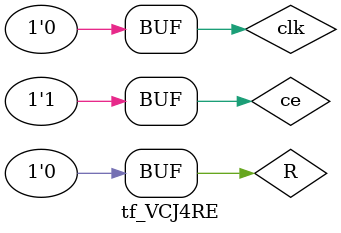
<source format=v>
module tf_VCJ4RE;

	// Inputs
	reg ce;
	reg clk;
	reg R;

	// Outputs
	wire TC;
	wire CEO;
	wire [3:0] Q;

	// Instantiate the Unit Under Test (UUT)
	VCJ4RE uut (
		.ce(ce), 
		.TC(TC), 
		.clk(clk), 
		.CEO(CEO), 
		.R(R), 
		.Q(Q)
	);

	parameter Tclk=20; //Ïåðèîä ñèãíàëà ñèíõðîíèçàöèè 20 íñ
always begin clk=1; #(Tclk/2); clk=0; #(Tclk/2); end
// Ãåíåðàòîð ïåðèîäè÷åñêîãî ñèãíàëà ce
parameter Tce=160; //Ïåðèîä ñèãíàëà ce 160 íñ
always begin ce=0; #(7*Tce/8); ce=1; #(1*Tce/8); end //Òîëüêî öåëàÿ ÷àñòü äåëåíèÿ

	initial begin
		// Initialize Inputs
		
		ce = 0;
		R = 0;
#380; R = 1; //×åðåç 38 íñ 1
	#10;R = 0; // ×åðåç 10 íñ 0
	#611;R = 1; //×åðåç 611 íñ 1
	#270;R = 0; // ×åðåç 270 íñ 0

        
		// Add stimulus here

	end
      
endmodule


</source>
